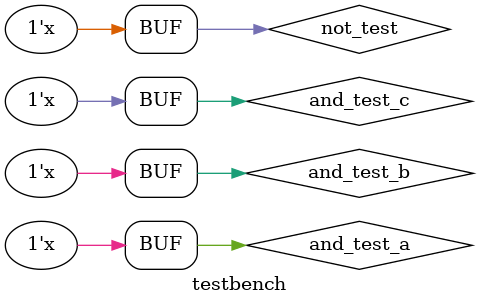
<source format=v>
`timescale 1ns / 100 ps
`define CLKHPeriod     1.0  // 1 ns
`define OneNS          1.0  // 1 ns èëè íñ
`define OneUS       1000.0  // 1 us èëè ìêñ
`define OneMS    1000000.0  // 1 ms èëè ìñ
`define OneS  1000000000.0  // 1 ms èëè ìñ

`define reldelay 5 //âðåìÿ ïåðåêëþ÷åíèÿ ðåëå


module testbench();



initial
begin
    $display("begin");

    $dumpfile("test.vcd");
    $dumpvars(0,testbench);
end

//not test
reg  not_test;
wire not_test_result;
a_not a_not_module(not_test, not_test_result);

initial
begin
	not_test <= 1'bx;
	#50;
	not_test <= 1'bz;
	#50;
	not_test <= 1'b1;
	#50;
	not_test <= 1'bz;
	#50;
	not_test <= 1'b0;
	#50;
	not_test <= 1'bz;
	#50;
end

//and test
reg  and_test_a;
reg  and_test_b;
reg  and_test_c;
wire and_test_result;
a_and a_and_module(and_test_a, and_test_b, and_test_result);

wire or_test_result;
a_or a_or_module(and_test_a, and_test_b, or_test_result);

wire xor_test_result;
a_xor a_xor_module(and_test_a, and_test_b, xor_test_result);

wire hsum_test_result_s;
wire hsum_test_result_c;
a_hsum a_hsum_module(and_test_a, and_test_b, hsum_test_result_s, hsum_test_result_c);

wire fsum_test_result_s;
wire fsum_test_result_c;
a_fsum a_fsum_module(and_test_a, and_test_b, and_test_c, fsum_test_result_s, fsum_test_result_c);

initial
begin
	and_test_a <= 1'bx;
	and_test_b <= 1'bx;
	and_test_c <= 1'bx;	
	#50;
	and_test_a <= 1'bz;
	#50;
	and_test_b <= 1'bz;
	#50;
	and_test_c <= 1'bz;
	#50;
	and_test_a <= 1'b1;	
	#50;
	and_test_b <= 1'b1;
	#50;
	and_test_c <= 1'b0;
	#50;	
	and_test_a <= 1'bz;
	and_test_b <= 1'bz;
	#50;
	and_test_a <= 1'b1;	
	#50;
	and_test_b <= 1'b0;
	#50;	
	and_test_a <= 1'bz;
	and_test_b <= 1'bz;
	#50;
	and_test_a <= 1'b0;	
	#50;
	and_test_b <= 1'b1;
	#50;	
	and_test_a <= 1'bz;
	and_test_b <= 1'bz;
	#50;
	and_test_a <= 1'b0;	
	#50;
	and_test_b <= 1'b0;
	#50;	
	and_test_a <= 1'bz;
	and_test_b <= 1'bz;	
	#50;
	and_test_a <= 1'b1;	
	#50;
	and_test_b <= 1'b1;
	#50;
	and_test_c <= 1'b1;
	#50;	
	and_test_a <= 1'bz;
	and_test_b <= 1'bz;
	#50;
	and_test_a <= 1'b1;	
	#50;
	and_test_b <= 1'b0;
	#50;	
	and_test_a <= 1'bz;
	and_test_b <= 1'bz;
	#50;
	and_test_a <= 1'b0;	
	#50;
	and_test_b <= 1'b1;
	#50;	
	and_test_a <= 1'bz;
	and_test_b <= 1'bz;
	#50;
	and_test_a <= 1'b0;	
	#50;
	and_test_b <= 1'b0;
	#50;	
	and_test_a <= 1'bz;
	and_test_b <= 1'bz;
	and_test_c <= 1'bz;
	#50;
	and_test_a <= 1'bz;
	and_test_b <= 1'bz;
	and_test_c <= 1'bz;
	#50;
end

endmodule

</source>
